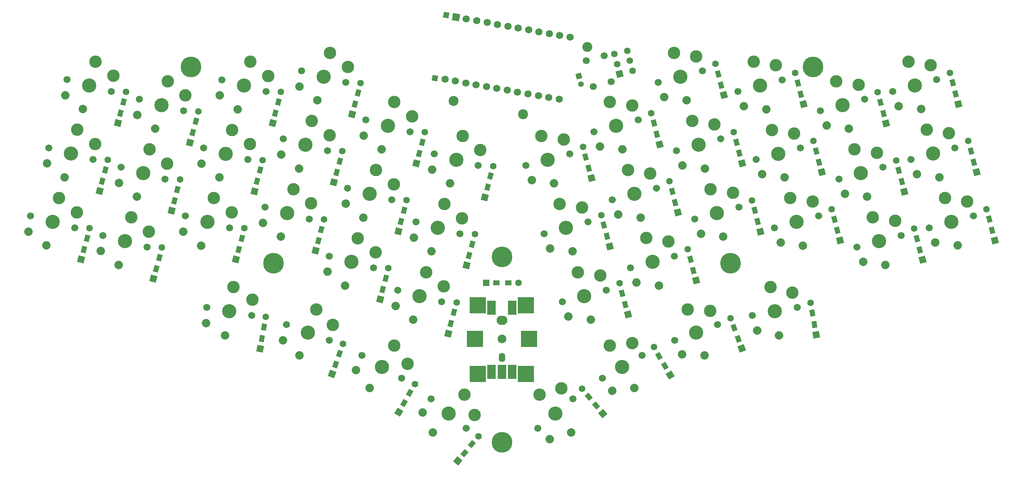
<source format=gts>
G04 #@! TF.GenerationSoftware,KiCad,Pcbnew,(6.0.0)*
G04 #@! TF.CreationDate,2023-08-21T19:05:23+03:00*
G04 #@! TF.ProjectId,choctopus44,63686f63-746f-4707-9573-34342e6b6963,1.0 Prototype*
G04 #@! TF.SameCoordinates,Original*
G04 #@! TF.FileFunction,Soldermask,Top*
G04 #@! TF.FilePolarity,Negative*
%FSLAX46Y46*%
G04 Gerber Fmt 4.6, Leading zero omitted, Abs format (unit mm)*
G04 Created by KiCad (PCBNEW (6.0.0)) date 2023-08-21 19:05:23*
%MOMM*%
%LPD*%
G01*
G04 APERTURE LIST*
G04 Aperture macros list*
%AMHorizOval*
0 Thick line with rounded ends*
0 $1 width*
0 $2 $3 position (X,Y) of the first rounded end (center of the circle)*
0 $4 $5 position (X,Y) of the second rounded end (center of the circle)*
0 Add line between two ends*
20,1,$1,$2,$3,$4,$5,0*
0 Add two circle primitives to create the rounded ends*
1,1,$1,$2,$3*
1,1,$1,$4,$5*%
%AMRotRect*
0 Rectangle, with rotation*
0 The origin of the aperture is its center*
0 $1 length*
0 $2 width*
0 $3 Rotation angle, in degrees counterclockwise*
0 Add horizontal line*
21,1,$1,$2,0,0,$3*%
G04 Aperture macros list end*
%ADD10C,5.000000*%
%ADD11C,1.700000*%
%ADD12C,3.000000*%
%ADD13C,1.701800*%
%ADD14C,3.429000*%
%ADD15C,2.032000*%
%ADD16RotRect,1.600000X1.600000X255.000000*%
%ADD17RotRect,1.600000X1.200000X255.000000*%
%ADD18C,1.600000*%
%ADD19RotRect,1.600000X1.600000X285.000000*%
%ADD20RotRect,1.600000X1.200000X285.000000*%
%ADD21RotRect,1.600000X1.600000X260.000000*%
%ADD22RotRect,1.600000X1.200000X260.000000*%
%ADD23RotRect,1.600000X1.200000X250.000000*%
%ADD24RotRect,1.600000X1.600000X250.000000*%
%ADD25RotRect,1.600000X1.200000X240.000000*%
%ADD26RotRect,1.600000X1.600000X240.000000*%
%ADD27RotRect,1.600000X1.600000X310.000000*%
%ADD28RotRect,1.600000X1.200000X310.000000*%
%ADD29RotRect,1.600000X1.200000X300.000000*%
%ADD30RotRect,1.600000X1.600000X300.000000*%
%ADD31R,4.000000X4.000000*%
%ADD32O,1.600000X2.200000*%
%ADD33C,2.100000*%
%ADD34O,2.600000X2.200000*%
%ADD35R,2.000000X3.500000*%
%ADD36RotRect,1.600000X1.600000X290.000000*%
%ADD37RotRect,1.600000X1.200000X290.000000*%
%ADD38RotRect,1.600000X1.600000X280.000000*%
%ADD39RotRect,1.600000X1.200000X280.000000*%
%ADD40R,1.600000X1.200000*%
%ADD41R,1.600000X1.600000*%
%ADD42RotRect,1.600000X1.600000X230.000000*%
%ADD43RotRect,1.600000X1.200000X230.000000*%
%ADD44C,2.400000*%
%ADD45RotRect,1.350000X1.350000X350.000000*%
%ADD46RotRect,1.350000X1.350000X15.000000*%
%ADD47HorizOval,1.350000X0.000000X0.000000X0.000000X0.000000X0*%
%ADD48RotRect,1.600000X1.600000X105.000000*%
%ADD49RotRect,1.350000X1.350000X80.000000*%
%ADD50RotRect,1.752600X1.752600X350.000000*%
%ADD51C,1.752600*%
G04 APERTURE END LIST*
D10*
X144660000Y-154500000D03*
D11*
X170982324Y-67353518D03*
X169300000Y-61075000D03*
X164953334Y-62239686D03*
X166635658Y-68518204D03*
D12*
X42099255Y-98905452D03*
D13*
X30986462Y-99810074D03*
X41611646Y-102657084D03*
D12*
X37839027Y-95486320D03*
D14*
X36299054Y-101233579D03*
D15*
X34772022Y-106932541D03*
X30485912Y-103610002D03*
D12*
X59527965Y-103582261D03*
D13*
X48415172Y-104486883D03*
D12*
X55267737Y-100163129D03*
D14*
X53727764Y-105910388D03*
D13*
X59040356Y-107333893D03*
D15*
X52200732Y-111609350D03*
X47914622Y-108286811D03*
D13*
X78942511Y-102670736D03*
X68317327Y-99823726D03*
D14*
X73629919Y-101247231D03*
D12*
X75169892Y-95499972D03*
X79430120Y-98919104D03*
D15*
X72102887Y-106946193D03*
X67816777Y-103623654D03*
D13*
X87524735Y-97681610D03*
D12*
X94377300Y-93357856D03*
X98637528Y-96776988D03*
D13*
X98149919Y-100528620D03*
D14*
X92837327Y-99105115D03*
D15*
X91310295Y-104804077D03*
X87024185Y-101481538D03*
D14*
X124805588Y-119135555D03*
D13*
X119492996Y-117712050D03*
D12*
X126345561Y-113388296D03*
X130605789Y-116807428D03*
D13*
X130118180Y-120559060D03*
D15*
X123278556Y-124834517D03*
X118992446Y-121511978D03*
D14*
X78873909Y-122850000D03*
D13*
X73457466Y-121894935D03*
D12*
X79907116Y-116990394D03*
D13*
X84290352Y-123805065D03*
D12*
X84449128Y-120025212D03*
D15*
X77849385Y-128660366D03*
X73290007Y-125724029D03*
D13*
X103020022Y-129828471D03*
X92683404Y-126066249D03*
D12*
X103832752Y-126133613D03*
D14*
X97851713Y-127947360D03*
D12*
X99886733Y-122356189D03*
D15*
X95833794Y-133491546D03*
X91853573Y-129808091D03*
D12*
X121876489Y-135521600D03*
X118646362Y-131116344D03*
D14*
X115671362Y-136269195D03*
D13*
X120434502Y-139019195D03*
X110908222Y-133519195D03*
D15*
X112721362Y-141378745D03*
X109441235Y-137060092D03*
D13*
X168879952Y-139019195D03*
D12*
X176098219Y-130521600D03*
D14*
X173643092Y-136269195D03*
D12*
X170668092Y-131116344D03*
D13*
X178406232Y-133519195D03*
D15*
X176593092Y-141378745D03*
X171212965Y-142060092D03*
D13*
X186300525Y-129828471D03*
X196637143Y-126066249D03*
D12*
X189433814Y-122356189D03*
X194884722Y-122713412D03*
D14*
X191468834Y-127947360D03*
D15*
X193486753Y-133491546D03*
X188070047Y-133228293D03*
D12*
X158945666Y-141467328D03*
X153701311Y-142995969D03*
D13*
X153312653Y-151089265D03*
X161739141Y-144018601D03*
D14*
X157525897Y-147553933D03*
D15*
X161318344Y-152073595D03*
X156138268Y-153678840D03*
D16*
X52004732Y-77353601D03*
D17*
X52651779Y-74938786D03*
X53376473Y-72234194D03*
D18*
X54023520Y-69819379D03*
D16*
X69419994Y-82069386D03*
D17*
X70067041Y-79654571D03*
X70791735Y-76949979D03*
D18*
X71438782Y-74535164D03*
D17*
X89980901Y-74972361D03*
D16*
X89333854Y-77387176D03*
D18*
X91352642Y-69852954D03*
D17*
X90705595Y-72267769D03*
X109197154Y-72790867D03*
D16*
X108550107Y-75205682D03*
D18*
X110568895Y-67671460D03*
D17*
X109921848Y-70086275D03*
X141156570Y-92860685D03*
D16*
X140509523Y-95275500D03*
D18*
X142528311Y-87741278D03*
D17*
X141881264Y-90156093D03*
D16*
X47603484Y-93812639D03*
D17*
X48250531Y-91397824D03*
X48975225Y-88693232D03*
D18*
X49622272Y-86278417D03*
D16*
X64988861Y-98525809D03*
D17*
X65635908Y-96110994D03*
X66360602Y-93406402D03*
D18*
X67007649Y-90991587D03*
D17*
X85580525Y-91421437D03*
D16*
X84933478Y-93836252D03*
D17*
X86305219Y-88716845D03*
D18*
X86952266Y-86302030D03*
D16*
X104147116Y-91684643D03*
D17*
X104794163Y-89269828D03*
X105518857Y-86565236D03*
D18*
X106165904Y-84150421D03*
D17*
X136745360Y-109318851D03*
D16*
X136098313Y-111733666D03*
D18*
X138117101Y-104199444D03*
D17*
X137470054Y-106614259D03*
X43836707Y-107885875D03*
D16*
X43189660Y-110300690D03*
D17*
X44561401Y-105181283D03*
D18*
X45208448Y-102766468D03*
D16*
X60618370Y-114977499D03*
D17*
X61265417Y-112562684D03*
D18*
X62637158Y-107443277D03*
D17*
X61990111Y-109858092D03*
D16*
X80520525Y-110314342D03*
D17*
X81167572Y-107899527D03*
D18*
X82539313Y-102780120D03*
D17*
X81892266Y-105194935D03*
X100374980Y-105757411D03*
D16*
X99727933Y-108172226D03*
D18*
X101746721Y-100638004D03*
D17*
X101099674Y-103052819D03*
D16*
X131696194Y-128202666D03*
D17*
X132343241Y-125787851D03*
X133067935Y-123083259D03*
D18*
X133714982Y-120668444D03*
D19*
X166212356Y-90675418D03*
D20*
X165565309Y-88260603D03*
X164840615Y-85556011D03*
D18*
X164193568Y-83141196D03*
D20*
X182035347Y-80084030D03*
D19*
X182682394Y-82498845D03*
D20*
X181310653Y-77379438D03*
D18*
X180663606Y-74964623D03*
D20*
X216740978Y-70372279D03*
D19*
X217388025Y-72787094D03*
D20*
X216016284Y-67667687D03*
D18*
X215369237Y-65252872D03*
D20*
X236654837Y-75054489D03*
D19*
X237301884Y-77469304D03*
D20*
X235930143Y-72349897D03*
D18*
X235283096Y-69935082D03*
D19*
X254717147Y-72753519D03*
D20*
X254070100Y-70338704D03*
D18*
X252698359Y-65219297D03*
D20*
X253345406Y-67634112D03*
D19*
X170623565Y-107133584D03*
D20*
X169976518Y-104718769D03*
X169251824Y-102014177D03*
D18*
X168604777Y-99599362D03*
D19*
X187072808Y-98948792D03*
D20*
X186425761Y-96533977D03*
D18*
X185054020Y-91414570D03*
D20*
X185701067Y-93829385D03*
D19*
X221788401Y-89236170D03*
D20*
X221141354Y-86821355D03*
D18*
X219769613Y-81701948D03*
D20*
X220416660Y-84116763D03*
D19*
X241733018Y-93925727D03*
D20*
X241085971Y-91510912D03*
X240361277Y-88806320D03*
D18*
X239714230Y-86391505D03*
D20*
X258471348Y-86797742D03*
D19*
X259118395Y-89212557D03*
D20*
X257746654Y-84093150D03*
D18*
X257099607Y-81678335D03*
D20*
X174382347Y-121192296D03*
D19*
X175029394Y-123607111D03*
D20*
X173657653Y-118487704D03*
D18*
X173010606Y-116072889D03*
D20*
X190824394Y-112963129D03*
D19*
X191471441Y-115377944D03*
D18*
X189452653Y-107843722D03*
D20*
X190099700Y-110258537D03*
X225554306Y-103299445D03*
D19*
X226201353Y-105714260D03*
D20*
X224829612Y-100594853D03*
D18*
X224182565Y-98180038D03*
D19*
X246103508Y-110377417D03*
D20*
X245456461Y-107962602D03*
X244731767Y-105258010D03*
D18*
X244084720Y-102843195D03*
D20*
X262885172Y-103285793D03*
D19*
X263532219Y-105700608D03*
D18*
X261513431Y-98166386D03*
D20*
X262160478Y-100581201D03*
D21*
X86322772Y-131840750D03*
D22*
X86756893Y-129378731D03*
X87243107Y-126621269D03*
D18*
X87677228Y-124159250D03*
D23*
X104521172Y-135664802D03*
D24*
X103666121Y-138014033D03*
D23*
X105478828Y-133033662D03*
D18*
X106333879Y-130684431D03*
D25*
X121000000Y-145000000D03*
D26*
X119750000Y-147165063D03*
D25*
X122400000Y-142575128D03*
D18*
X123650000Y-140410065D03*
D27*
X169000000Y-147500000D03*
D28*
X167393031Y-145584889D03*
X165593225Y-143439965D03*
D18*
X163986256Y-141524854D03*
D29*
X183950000Y-136047372D03*
D30*
X185200000Y-138212435D03*
D18*
X181300000Y-131457437D03*
D29*
X182550000Y-133622500D03*
D17*
X115897484Y-117563211D03*
D16*
X115250437Y-119978026D03*
D18*
X117269225Y-112443804D03*
D17*
X116622178Y-114858619D03*
X124686531Y-84684112D03*
D16*
X124039484Y-87098927D03*
D17*
X125411225Y-81979520D03*
D18*
X126058272Y-79564705D03*
D12*
X109899804Y-105163656D03*
D14*
X108359831Y-110910915D03*
D13*
X103047239Y-109487410D03*
D12*
X114160032Y-108582788D03*
D13*
X113672423Y-112334420D03*
D15*
X106832799Y-116609877D03*
X102546689Y-113287338D03*
D17*
X120296117Y-101134059D03*
D16*
X119649070Y-103548874D03*
D18*
X121667858Y-96014652D03*
D17*
X121020811Y-98429467D03*
D14*
X58098255Y-89458698D03*
D12*
X63898456Y-87130571D03*
D13*
X63410847Y-90882203D03*
X52785663Y-88035193D03*
D12*
X59638228Y-83711439D03*
D15*
X56571223Y-95157660D03*
X52285113Y-91835121D03*
D12*
X42252851Y-78998269D03*
X46513079Y-82417401D03*
D13*
X35400286Y-83322023D03*
X46025470Y-86169033D03*
D14*
X40712878Y-84745528D03*
D15*
X39185846Y-90444490D03*
X34899736Y-87121951D03*
D13*
X91943918Y-81194027D03*
D14*
X97256510Y-82617532D03*
D12*
X98796483Y-76870273D03*
X103056711Y-80289405D03*
D13*
X102569102Y-84041037D03*
D15*
X95729478Y-88316494D03*
X91443368Y-84993955D03*
D13*
X123895115Y-101243050D03*
D12*
X135007908Y-100338428D03*
D13*
X134520299Y-104090060D03*
D14*
X129207707Y-102666555D03*
D12*
X130747680Y-96919296D03*
D15*
X127680675Y-108365517D03*
X123394565Y-105042978D03*
D12*
X118558665Y-92153636D03*
D13*
X118071056Y-95905268D03*
D14*
X112758464Y-94481763D03*
D13*
X107445872Y-93058258D03*
D12*
X114298437Y-88734504D03*
D15*
X111231432Y-100180725D03*
X106945322Y-96858186D03*
D13*
X72730280Y-83345636D03*
D14*
X78042872Y-84769141D03*
D12*
X83843073Y-82441014D03*
X79582845Y-79021882D03*
D13*
X83355464Y-86192646D03*
D15*
X76515840Y-90468103D03*
X72229730Y-87145564D03*
D13*
X128306325Y-84784884D03*
D12*
X135158890Y-80461130D03*
X139419118Y-83880262D03*
D14*
X133618917Y-86208389D03*
D13*
X138931509Y-87631894D03*
D15*
X132091885Y-91907351D03*
X127805775Y-88584812D03*
D13*
X111836286Y-76608311D03*
X122461470Y-79455321D03*
D12*
X118688851Y-72284557D03*
D14*
X117148878Y-78031816D03*
D12*
X122949079Y-75703689D03*
D15*
X115621846Y-83730778D03*
X111335736Y-80408239D03*
D13*
X77130656Y-66896560D03*
D14*
X82443248Y-68320065D03*
D12*
X88243449Y-65991938D03*
D13*
X87755840Y-69743570D03*
D12*
X83983221Y-62572806D03*
D15*
X80916216Y-74019027D03*
X76630106Y-70696488D03*
D12*
X50914327Y-65958363D03*
X46654099Y-62539231D03*
D13*
X50426718Y-69709995D03*
X39801534Y-66862985D03*
D14*
X45114126Y-68286490D03*
D15*
X43587094Y-73985452D03*
X39300984Y-70662913D03*
D12*
X68329589Y-70674148D03*
X64069361Y-67255016D03*
D13*
X57216796Y-71578770D03*
X67841980Y-74425780D03*
D14*
X62529388Y-73002275D03*
D15*
X61002356Y-78701237D03*
X56716246Y-75378698D03*
D12*
X107459702Y-63810444D03*
X103199474Y-60391312D03*
D13*
X96346909Y-64715066D03*
D14*
X101659501Y-66138571D03*
D13*
X106972093Y-67562076D03*
D15*
X100132469Y-71837533D03*
X95846359Y-68514994D03*
D13*
X177485592Y-76608229D03*
D14*
X172173000Y-78031734D03*
D12*
X176032058Y-73115417D03*
X170633027Y-72284475D03*
D13*
X166860408Y-79455239D03*
D15*
X173700032Y-83730696D03*
X168326883Y-82996347D03*
D13*
X238895161Y-69709913D03*
D14*
X244207753Y-68286408D03*
D13*
X249520345Y-66862903D03*
D12*
X248066811Y-63370091D03*
X242667780Y-62539149D03*
D15*
X245734785Y-73985370D03*
X240361636Y-73251021D03*
D12*
X225252517Y-67254934D03*
D14*
X226792490Y-73002193D03*
D13*
X232105082Y-71578688D03*
D12*
X230651548Y-68085876D03*
D13*
X221479898Y-74425698D03*
D15*
X228319522Y-78701155D03*
X222946373Y-77966806D03*
D12*
X205338658Y-62572724D03*
D14*
X206878631Y-68319983D03*
D12*
X210737689Y-63403666D03*
D13*
X212191223Y-66896478D03*
X201566039Y-69743488D03*
D15*
X208405663Y-74018945D03*
X203032514Y-73284596D03*
D12*
X159562020Y-81291990D03*
D13*
X150390370Y-87631812D03*
D12*
X154162989Y-80461048D03*
D14*
X155702962Y-86208307D03*
D13*
X161015554Y-84784802D03*
D15*
X157229994Y-91907269D03*
X151856845Y-91172920D03*
D12*
X209739034Y-79021800D03*
D13*
X205966415Y-86192564D03*
X216591599Y-83345554D03*
D14*
X211279007Y-84769059D03*
D12*
X215138065Y-79852742D03*
D15*
X212806039Y-90468021D03*
X207432890Y-89733672D03*
D12*
X158574198Y-96919214D03*
D13*
X154801579Y-104089978D03*
D12*
X163973229Y-97750156D03*
D13*
X165426763Y-101242968D03*
D14*
X160114171Y-102666473D03*
D15*
X161641203Y-108365435D03*
X156268054Y-107631086D03*
D12*
X179422074Y-105163574D03*
D13*
X175649455Y-112334338D03*
D12*
X184821105Y-105994516D03*
D14*
X180962047Y-110910833D03*
D13*
X186274639Y-109487328D03*
D15*
X182489079Y-116609795D03*
X177115930Y-115875446D03*
D12*
X239453172Y-100993989D03*
X234054141Y-100163047D03*
D14*
X235594114Y-105910306D03*
D13*
X230281522Y-107333811D03*
X240906706Y-104486801D03*
D15*
X237121146Y-111609268D03*
X231747997Y-110874919D03*
D13*
X243296409Y-86168951D03*
X253921593Y-83321941D03*
D12*
X247069028Y-78998187D03*
X252468059Y-79829129D03*
D14*
X248609001Y-84745446D03*
D15*
X250136033Y-90444408D03*
X244762884Y-89710059D03*
D12*
X180422472Y-89565364D03*
D13*
X171250822Y-95905186D03*
D12*
X175023441Y-88734422D03*
D14*
X176563414Y-94481681D03*
D13*
X181876006Y-93058176D03*
D15*
X178090446Y-100180643D03*
X172717297Y-99446294D03*
D13*
X225911032Y-90882121D03*
X236536216Y-88035111D03*
D12*
X229683651Y-83711357D03*
D14*
X231223624Y-89458616D03*
D12*
X235082682Y-84542299D03*
D15*
X232750656Y-95157578D03*
X227377507Y-94423229D03*
D13*
X258335417Y-99809992D03*
X247710233Y-102657002D03*
D12*
X251482852Y-95486238D03*
X256881883Y-96317180D03*
D14*
X253022825Y-101233497D03*
D15*
X254549857Y-106932459D03*
X249176708Y-106198110D03*
D13*
X210379367Y-102670654D03*
X221004551Y-99823644D03*
D12*
X214151986Y-95499890D03*
X219551017Y-96330832D03*
D14*
X215691959Y-101247149D03*
D15*
X217218991Y-106946111D03*
X211845842Y-106211762D03*
D10*
X144660000Y-109680000D03*
D14*
X187662377Y-66138489D03*
D12*
X186122404Y-60391230D03*
D13*
X182349785Y-67561994D03*
D12*
X191521435Y-61222172D03*
D13*
X192974969Y-64714984D03*
D15*
X189189409Y-71837451D03*
X183816260Y-71103102D03*
D19*
X206988586Y-103572613D03*
D20*
X206341539Y-101157798D03*
D18*
X204969798Y-96038391D03*
D20*
X205616845Y-98453206D03*
X201927715Y-84669746D03*
D19*
X202574762Y-87084561D03*
D18*
X200555974Y-79550339D03*
D20*
X201203021Y-81965154D03*
D19*
X198171771Y-70605600D03*
D20*
X197524724Y-68190785D03*
X196800030Y-65486193D03*
D18*
X196152983Y-63071378D03*
D13*
X186752776Y-84040955D03*
D14*
X192065368Y-82617450D03*
D12*
X195924426Y-77701133D03*
D13*
X197377960Y-81193945D03*
D12*
X190525395Y-76870191D03*
D15*
X193592400Y-88316412D03*
X188219251Y-87582063D03*
D13*
X191166600Y-100529007D03*
X201791784Y-97681997D03*
D12*
X200338250Y-94189185D03*
D14*
X196479192Y-99105502D03*
D12*
X194939219Y-93358243D03*
D15*
X198006224Y-104804464D03*
X192633075Y-104070115D03*
D12*
X162976318Y-113388214D03*
D14*
X164516291Y-119135473D03*
D13*
X159203699Y-120558978D03*
D12*
X168375349Y-114219156D03*
D13*
X169828883Y-117711968D03*
D15*
X166043323Y-124834435D03*
X160670174Y-124100086D03*
D13*
X205033557Y-123805065D03*
X215866443Y-121894935D03*
D14*
X210450000Y-122850000D03*
D12*
X214722858Y-118288730D03*
X209416793Y-116990394D03*
D15*
X211474524Y-128660366D03*
X206185824Y-127460510D03*
D31*
X138860000Y-138000000D03*
D32*
X144660000Y-134000000D03*
D31*
X150460000Y-121400000D03*
X138860000Y-121400000D03*
X150460000Y-138000000D03*
D33*
X144660000Y-129500000D03*
D34*
X144660000Y-125000000D03*
D35*
X142160000Y-137500000D03*
X147160000Y-137500000D03*
X144660000Y-137500000D03*
D31*
X138160000Y-129500000D03*
X151160000Y-129500000D03*
D35*
X147160000Y-122000000D03*
X142160000Y-122000000D03*
D36*
X202478829Y-131815569D03*
D37*
X201623778Y-129466338D03*
X200666122Y-126835198D03*
D18*
X199811071Y-124485967D03*
D38*
X220434121Y-128462019D03*
D39*
X220000000Y-126000000D03*
X219513786Y-123242538D03*
D18*
X219079665Y-120780519D03*
D40*
X143350000Y-116000000D03*
D41*
X140850000Y-116000000D03*
D18*
X148650000Y-116000000D03*
D40*
X146150000Y-116000000D03*
D14*
X131795001Y-147553933D03*
D13*
X136008245Y-151089265D03*
D12*
X135619587Y-142995969D03*
X138035677Y-147895204D03*
D13*
X127581757Y-144018601D03*
D15*
X128002554Y-152073595D03*
X125522186Y-147250964D03*
D42*
X133993128Y-158987573D03*
D43*
X135600097Y-157072462D03*
D18*
X139006872Y-153012427D03*
D43*
X137399903Y-154927538D03*
D10*
X89570000Y-111250000D03*
D44*
X133000000Y-72000000D03*
X165250000Y-59000000D03*
X149750000Y-75250000D03*
D45*
X128500000Y-66500000D03*
D10*
X219710000Y-63810000D03*
X69610000Y-63810000D03*
D46*
X163190000Y-66020000D03*
D47*
X163707638Y-67951852D03*
D18*
X174846867Y-59867150D03*
X175493915Y-62281964D03*
X171755905Y-60695371D03*
X172402952Y-63110184D03*
D48*
X173050000Y-65525000D03*
D18*
X176140963Y-64696779D03*
D49*
X131200000Y-51300000D03*
D10*
X199750000Y-111250000D03*
D50*
X133565435Y-51769900D03*
D51*
X136066846Y-52210966D03*
X138568258Y-52652033D03*
X141069670Y-53093099D03*
X143571082Y-53534165D03*
X146072493Y-53975232D03*
X148573905Y-54416298D03*
X151075317Y-54857364D03*
X153576728Y-55298431D03*
X156078140Y-55739497D03*
X158579552Y-56180564D03*
X161080963Y-56621630D03*
X158434565Y-71630100D03*
X155933154Y-71189034D03*
X153431742Y-70747967D03*
X150930330Y-70306901D03*
X148428918Y-69865835D03*
X145927507Y-69424768D03*
X143426095Y-68983702D03*
X140924683Y-68542636D03*
X138423272Y-68101569D03*
X135921860Y-67660503D03*
X133420448Y-67219436D03*
X130919037Y-66778370D03*
M02*

</source>
